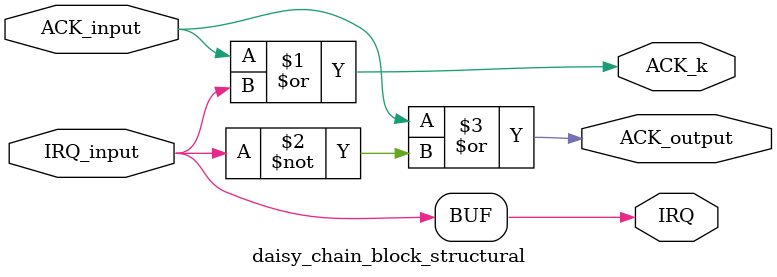
<source format=v>
`timescale 1ns/100ps

module daisy_chain_block_structural(IRQ,ACK_output,ACK_k,ACK_input,IRQ_input);
	input wire ACK_input,	IRQ_input;
	output wire IRQ,	ACK_output,	ACK_k;
	
	buf u0(IRQ,IRQ_input);
	or u1(ACK_k,ACK_input,IRQ_input);
	or u2(ACK_output,ACK_input,(~ IRQ_input));
endmodule

</source>
